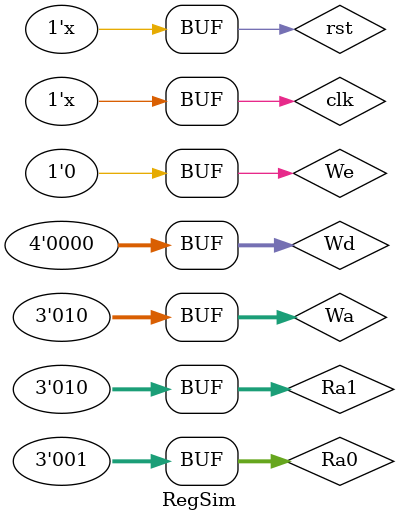
<source format=v>
`timescale 1ns / 1ps

`define PARA_M 3 //address 3bits
`define PARA_N 4 //data    4bits
`define BUSM   2:0
`define BUSN   3:0
`define BUSREG 7:0
module RegSim;
 reg  [`BUSM] Ra0;
 reg  [`BUSM] Ra1;
 reg  [`BUSM] Wa;
 reg  [`BUSN] Wd;
 reg          We;
 wire [`BUSN] Rd0;
 wire [`BUSN] Rd1;
 reg rst; 
 reg clk; 

 initial rst<=0;
 always #500 rst<=~rst;
 
 initial clk<=0;
 always #5 clk<=~clk; 
 
 initial
 begin
   Ra0=0;
   Ra1=0;
   Wa =1;
   We =1;
   Wd =10;
   #25

   Ra0=0;
   Ra1=0;
   Wa =2;
   We =1;
   Wd =7;
   #25

   Ra0=1;
   Ra1=2;
   Wa =2;
   We =0;
   Wd =0;
   #25;
 end
 
 Regfile DUT (Ra0,Ra1,Wa,Wd,We,rst,clk,Rd0,Rd1); 
endmodule

</source>
